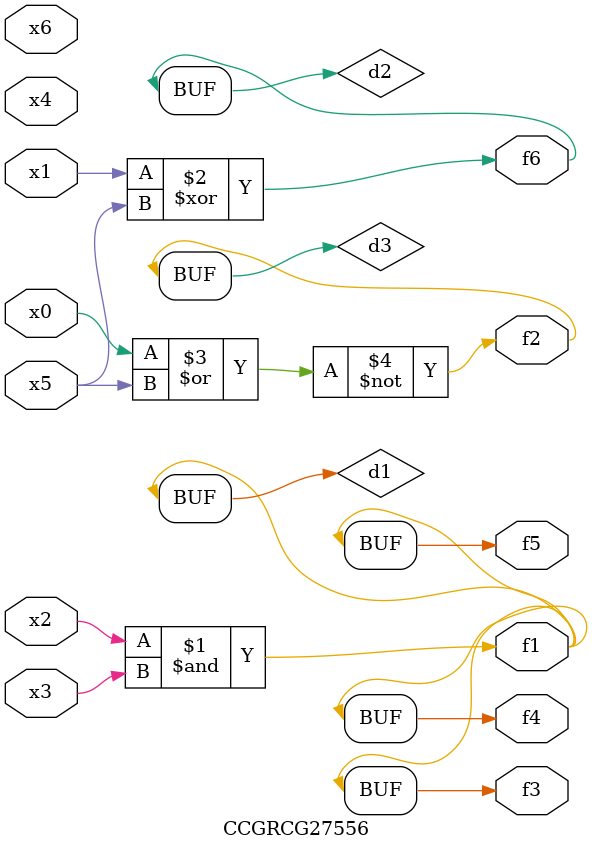
<source format=v>
module CCGRCG27556(
	input x0, x1, x2, x3, x4, x5, x6,
	output f1, f2, f3, f4, f5, f6
);

	wire d1, d2, d3;

	and (d1, x2, x3);
	xor (d2, x1, x5);
	nor (d3, x0, x5);
	assign f1 = d1;
	assign f2 = d3;
	assign f3 = d1;
	assign f4 = d1;
	assign f5 = d1;
	assign f6 = d2;
endmodule

</source>
